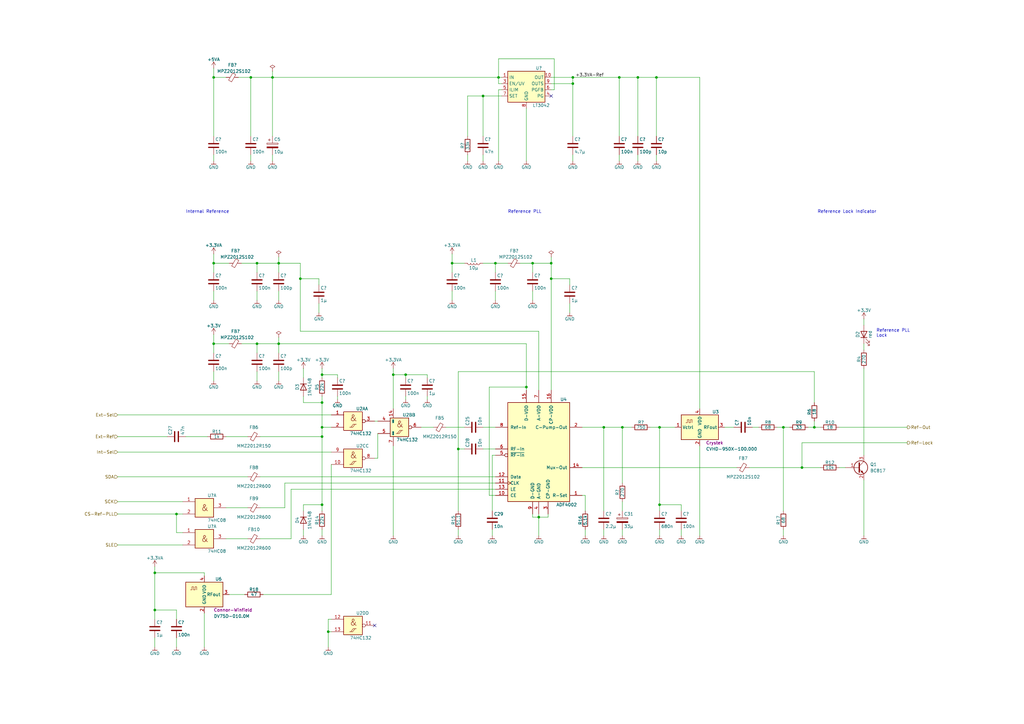
<source format=kicad_sch>
(kicad_sch (version 20250114) (generator "eeschema") (generator_version "9.0")
  (paper "A3")
  (title_block (title "Hauptplatine") (date "16.07.2020") (rev "0") (comment 1 "Hel") (comment 3 "Signalgenerator"))
  (text "Reference PLL" (at 208.28 87.63 0) (effects (font (size 1.27 1.27)) (justify left bottom)))
  (text "Reference Lock Indicator" (at 335.28 87.63 0) (effects (font (size 1.27 1.27)) (justify left bottom)))
  (text "Internal Reference" (at 76.2 87.63 0) (effects (font (size 1.27 1.27)) (justify left bottom)))
  (text "Reference PLL\nLock" (at 359.41 138.43 0) (effects (font (size 1.27 1.27)) (justify left bottom)))
  (junction (at 203.2 107.95))
  (junction (at 105.41 107.95))
  (junction (at 111.76 31.75))
  (junction (at 255.27 175.26))
  (junction (at 72.39 210.82))
  (junction (at 270.51 175.26))
  (junction (at 328.93 191.77))
  (junction (at 123.19 114.3))
  (junction (at 132.08 179.07))
  (junction (at 114.3 140.97))
  (junction (at 134.62 259.08))
  (junction (at 270.51 207.01))
  (junction (at 247.65 175.26))
  (junction (at 269.24 31.75))
  (junction (at 234.95 34.29))
  (junction (at 218.44 107.95))
  (junction (at 161.29 153.67))
  (junction (at 87.63 107.95))
  (junction (at 198.12 39.37))
  (junction (at 254 31.75))
  (junction (at 215.9 158.75))
  (junction (at 132.08 207.01))
  (junction (at 87.63 140.97))
  (junction (at 87.63 31.75))
  (junction (at 234.95 31.75))
  (junction (at 102.87 31.75))
  (junction (at 204.47 31.75))
  (junction (at 132.08 165.1))
  (junction (at 63.5 250.19))
  (junction (at 185.42 107.95))
  (junction (at 63.5 234.95))
  (junction (at 321.31 175.26))
  (junction (at 261.62 31.75))
  (junction (at 226.06 114.3))
  (junction (at 114.3 107.95))
  (junction (at 105.41 140.97))
  (junction (at 334.01 175.26))
  (junction (at 132.08 153.67))
  (junction (at 166.37 153.67))
  (junction (at 220.98 212.09))
  (junction (at 132.08 175.26))
  (junction (at 226.06 107.95))
  (junction (at 187.96 184.15))
  (no_connect (at 153.67 256.54))
  (no_connect (at 226.06 39.37))
  (wire (pts (xy 321.31 209.55) (xy 321.31 175.26)))
  (wire (pts (xy 116.84 208.28) (xy 116.84 198.12)))
  (wire (pts (xy 328.93 191.77) (xy 307.34 191.77)))
  (wire (pts (xy 226.06 34.29) (xy 234.95 34.29)))
  (wire (pts (xy 132.08 217.17) (xy 132.08 219.71)))
  (wire (pts (xy 87.63 107.95) (xy 87.63 104.14)))
  (wire (pts (xy 134.62 254) (xy 135.89 254)))
  (wire (pts (xy 334.01 175.26) (xy 336.55 175.26)))
  (wire (pts (xy 334.01 152.4) (xy 334.01 165.1)))
  (wire (pts (xy 354.33 196.85) (xy 354.33 219.71)))
  (wire (pts (xy 130.81 114.3) (xy 123.19 114.3)))
  (wire (pts (xy 87.63 31.75) (xy 87.63 27.94)))
  (wire (pts (xy 114.3 140.97) (xy 105.41 140.97)))
  (wire (pts (xy 234.95 63.5) (xy 234.95 66.04)))
  (wire (pts (xy 177.8 175.26) (xy 172.72 175.26)))
  (wire (pts (xy 72.39 210.82) (xy 74.93 210.82)))
  (wire (pts (xy 201.93 186.69) (xy 201.93 209.55)))
  (wire (pts (xy 134.62 259.08) (xy 134.62 254)))
  (wire (pts (xy 130.81 116.84) (xy 130.81 114.3)))
  (wire (pts (xy 76.2 179.07) (xy 85.09 179.07)))
  (wire (pts (xy 226.06 31.75) (xy 234.95 31.75)))
  (wire (pts (xy 203.2 111.76) (xy 203.2 107.95)))
  (wire (pts (xy 233.68 116.84) (xy 233.68 114.3)))
  (wire (pts (xy 138.43 162.56) (xy 138.43 163.83)))
  (wire (pts (xy 114.3 105.41) (xy 114.3 107.95)))
  (wire (pts (xy 224.79 212.09) (xy 224.79 210.82)))
  (wire (pts (xy 135.89 259.08) (xy 134.62 259.08)))
  (wire (pts (xy 266.7 175.26) (xy 270.51 175.26)))
  (wire (pts (xy 205.74 31.75) (xy 204.47 31.75)))
  (wire (pts (xy 119.38 220.98) (xy 106.68 220.98)))
  (wire (pts (xy 218.44 107.95) (xy 226.06 107.95)))
  (wire (pts (xy 68.58 179.07) (xy 48.26 179.07)))
  (wire (pts (xy 323.85 175.26) (xy 321.31 175.26)))
  (wire (pts (xy 93.98 107.95) (xy 87.63 107.95)))
  (wire (pts (xy 200.66 158.75) (xy 215.9 158.75)))
  (wire (pts (xy 203.2 123.19) (xy 203.2 119.38)))
  (wire (pts (xy 130.81 124.46) (xy 130.81 128.27)))
  (wire (pts (xy 297.18 175.26) (xy 300.99 175.26)))
  (wire (pts (xy 124.46 162.56) (xy 124.46 165.1)))
  (wire (pts (xy 203.2 175.26) (xy 198.12 175.26)))
  (wire (pts (xy 198.12 63.5) (xy 198.12 66.04)))
  (wire (pts (xy 205.74 39.37) (xy 198.12 39.37)))
  (wire (pts (xy 203.2 203.2) (xy 200.66 203.2)))
  (wire (pts (xy 182.88 175.26) (xy 190.5 175.26)))
  (wire (pts (xy 215.9 158.75) (xy 215.9 160.02)))
  (wire (pts (xy 132.08 153.67) (xy 132.08 151.13)))
  (wire (pts (xy 328.93 191.77) (xy 336.55 191.77)))
  (wire (pts (xy 124.46 165.1) (xy 132.08 165.1)))
  (wire (pts (xy 203.2 186.69) (xy 201.93 186.69)))
  (wire (pts (xy 87.63 66.04) (xy 87.63 63.5)))
  (wire (pts (xy 255.27 217.17) (xy 255.27 219.71)))
  (wire (pts (xy 270.51 207.01) (xy 270.51 209.55)))
  (wire (pts (xy 74.93 218.44) (xy 72.39 218.44)))
  (wire (pts (xy 227.33 24.13) (xy 204.47 24.13)))
  (wire (pts (xy 220.98 212.09) (xy 224.79 212.09)))
  (wire (pts (xy 279.4 217.17) (xy 279.4 219.71)))
  (wire (pts (xy 123.19 135.89) (xy 220.98 135.89)))
  (wire (pts (xy 238.76 191.77) (xy 302.26 191.77)))
  (wire (pts (xy 187.96 184.15) (xy 190.5 184.15)))
  (wire (pts (xy 72.39 218.44) (xy 72.39 210.82)))
  (wire (pts (xy 132.08 179.07) (xy 132.08 175.26)))
  (wire (pts (xy 105.41 144.78) (xy 105.41 140.97)))
  (wire (pts (xy 321.31 175.26) (xy 318.77 175.26)))
  (wire (pts (xy 344.17 191.77) (xy 346.71 191.77)))
  (wire (pts (xy 114.3 144.78) (xy 114.3 140.97)))
  (wire (pts (xy 238.76 175.26) (xy 247.65 175.26)))
  (wire (pts (xy 92.71 208.28) (xy 101.6 208.28)))
  (wire (pts (xy 132.08 207.01) (xy 132.08 209.55)))
  (wire (pts (xy 105.41 107.95) (xy 99.06 107.95)))
  (wire (pts (xy 119.38 200.66) (xy 203.2 200.66)))
  (wire (pts (xy 334.01 175.26) (xy 331.47 175.26)))
  (wire (pts (xy 83.82 234.95) (xy 83.82 236.22)))
  (wire (pts (xy 114.3 138.43) (xy 114.3 140.97)))
  (wire (pts (xy 261.62 31.75) (xy 269.24 31.75)))
  (wire (pts (xy 270.51 175.26) (xy 276.86 175.26)))
  (wire (pts (xy 111.76 29.21) (xy 111.76 31.75)))
  (wire (pts (xy 287.02 31.75) (xy 287.02 167.64)))
  (wire (pts (xy 344.17 175.26) (xy 372.11 175.26)))
  (wire (pts (xy 134.62 265.43) (xy 134.62 259.08)))
  (wire (pts (xy 334.01 172.72) (xy 334.01 175.26)))
  (wire (pts (xy 102.87 55.88) (xy 102.87 31.75)))
  (wire (pts (xy 87.63 156.21) (xy 87.63 152.4)))
  (wire (pts (xy 72.39 254) (xy 72.39 250.19)))
  (wire (pts (xy 204.47 24.13) (xy 204.47 31.75)))
  (wire (pts (xy 166.37 153.67) (xy 175.26 153.67)))
  (wire (pts (xy 247.65 217.17) (xy 247.65 219.71)))
  (wire (pts (xy 234.95 31.75) (xy 234.95 34.29)))
  (wire (pts (xy 106.68 195.58) (xy 203.2 195.58)))
  (wire (pts (xy 238.76 203.2) (xy 240.03 203.2)))
  (wire (pts (xy 166.37 153.67) (xy 161.29 153.67)))
  (wire (pts (xy 99.06 140.97) (xy 105.41 140.97)))
  (wire (pts (xy 132.08 175.26) (xy 135.89 175.26)))
  (wire (pts (xy 205.74 34.29) (xy 204.47 34.29)))
  (wire (pts (xy 233.68 124.46) (xy 233.68 128.27)))
  (wire (pts (xy 198.12 39.37) (xy 191.77 39.37)))
  (wire (pts (xy 226.06 105.41) (xy 226.06 107.95)))
  (wire (pts (xy 63.5 234.95) (xy 83.82 234.95)))
  (wire (pts (xy 48.26 210.82) (xy 72.39 210.82)))
  (wire (pts (xy 161.29 182.88) (xy 161.29 219.71)))
  (wire (pts (xy 132.08 175.26) (xy 132.08 165.1)))
  (wire (pts (xy 92.71 31.75) (xy 87.63 31.75)))
  (wire (pts (xy 48.26 170.18) (xy 135.89 170.18)))
  (wire (pts (xy 116.84 198.12) (xy 203.2 198.12)))
  (wire (pts (xy 204.47 34.29) (xy 204.47 31.75)))
  (wire (pts (xy 72.39 250.19) (xy 63.5 250.19)))
  (wire (pts (xy 215.9 140.97) (xy 215.9 158.75)))
  (wire (pts (xy 255.27 175.26) (xy 259.08 175.26)))
  (wire (pts (xy 240.03 217.17) (xy 240.03 219.71)))
  (wire (pts (xy 63.5 254) (xy 63.5 250.19)))
  (wire (pts (xy 111.76 55.88) (xy 111.76 31.75)))
  (wire (pts (xy 106.68 179.07) (xy 132.08 179.07)))
  (wire (pts (xy 100.33 243.84) (xy 93.98 243.84)))
  (wire (pts (xy 105.41 152.4) (xy 105.41 156.21)))
  (wire (pts (xy 321.31 217.17) (xy 321.31 219.71)))
  (wire (pts (xy 187.96 152.4) (xy 334.01 152.4)))
  (wire (pts (xy 123.19 107.95) (xy 123.19 114.3)))
  (wire (pts (xy 63.5 250.19) (xy 63.5 234.95)))
  (wire (pts (xy 187.96 184.15) (xy 187.96 152.4)))
  (wire (pts (xy 135.89 190.5) (xy 135.89 243.84)))
  (wire (pts (xy 270.51 175.26) (xy 270.51 207.01)))
  (wire (pts (xy 205.74 36.83) (xy 204.47 36.83)))
  (wire (pts (xy 254 63.5) (xy 254 66.04)))
  (wire (pts (xy 74.93 205.74) (xy 48.26 205.74)))
  (wire (pts (xy 132.08 153.67) (xy 138.43 153.67)))
  (wire (pts (xy 287.02 182.88) (xy 287.02 219.71)))
  (wire (pts (xy 218.44 119.38) (xy 218.44 123.19)))
  (wire (pts (xy 63.5 234.95) (xy 63.5 232.41)))
  (wire (pts (xy 226.06 114.3) (xy 226.06 160.02)))
  (wire (pts (xy 166.37 154.94) (xy 166.37 153.67)))
  (wire (pts (xy 124.46 209.55) (xy 124.46 207.01)))
  (wire (pts (xy 190.5 107.95) (xy 185.42 107.95)))
  (wire (pts (xy 107.95 243.84) (xy 135.89 243.84)))
  (wire (pts (xy 87.63 144.78) (xy 87.63 140.97)))
  (wire (pts (xy 97.79 31.75) (xy 102.87 31.75)))
  (wire (pts (xy 124.46 207.01) (xy 132.08 207.01)))
  (wire (pts (xy 269.24 31.75) (xy 269.24 55.88)))
  (wire (pts (xy 114.3 119.38) (xy 114.3 123.19)))
  (wire (pts (xy 114.3 107.95) (xy 105.41 107.95)))
  (wire (pts (xy 227.33 36.83) (xy 227.33 24.13)))
  (wire (pts (xy 87.63 55.88) (xy 87.63 31.75)))
  (wire (pts (xy 154.94 187.96) (xy 154.94 177.8)))
  (wire (pts (xy 203.2 184.15) (xy 198.12 184.15)))
  (wire (pts (xy 204.47 36.83) (xy 204.47 66.04)))
  (wire (pts (xy 198.12 107.95) (xy 203.2 107.95)))
  (wire (pts (xy 114.3 107.95) (xy 123.19 107.95)))
  (wire (pts (xy 247.65 175.26) (xy 255.27 175.26)))
  (wire (pts (xy 166.37 162.56) (xy 166.37 163.83)))
  (wire (pts (xy 175.26 162.56) (xy 175.26 163.83)))
  (wire (pts (xy 234.95 31.75) (xy 254 31.75)))
  (wire (pts (xy 124.46 154.94) (xy 124.46 151.13)))
  (wire (pts (xy 279.4 207.01) (xy 270.51 207.01)))
  (wire (pts (xy 106.68 208.28) (xy 116.84 208.28)))
  (wire (pts (xy 153.67 172.72) (xy 154.94 172.72)))
  (wire (pts (xy 279.4 209.55) (xy 279.4 207.01)))
  (wire (pts (xy 201.93 217.17) (xy 201.93 219.71)))
  (wire (pts (xy 161.29 167.64) (xy 161.29 153.67)))
  (wire (pts (xy 185.42 123.19) (xy 185.42 119.38)))
  (wire (pts (xy 254 31.75) (xy 261.62 31.75)))
  (wire (pts (xy 119.38 200.66) (xy 119.38 220.98)))
  (wire (pts (xy 124.46 219.71) (xy 124.46 217.17)))
  (wire (pts (xy 83.82 251.46) (xy 83.82 265.43)))
  (wire (pts (xy 226.06 36.83) (xy 227.33 36.83)))
  (wire (pts (xy 261.62 63.5) (xy 261.62 66.04)))
  (wire (pts (xy 203.2 107.95) (xy 208.28 107.95)))
  (wire (pts (xy 328.93 191.77) (xy 328.93 181.61)))
  (wire (pts (xy 191.77 63.5) (xy 191.77 66.04)))
  (wire (pts (xy 328.93 181.61) (xy 372.11 181.61)))
  (wire (pts (xy 270.51 217.17) (xy 270.51 219.71)))
  (wire (pts (xy 114.3 152.4) (xy 114.3 156.21)))
  (wire (pts (xy 255.27 205.74) (xy 255.27 209.55)))
  (wire (pts (xy 254 55.88) (xy 254 31.75)))
  (wire (pts (xy 261.62 31.75) (xy 261.62 55.88)))
  (wire (pts (xy 354.33 130.81) (xy 354.33 133.35)))
  (wire (pts (xy 191.77 39.37) (xy 191.77 55.88)))
  (wire (pts (xy 72.39 265.43) (xy 72.39 261.62)))
  (wire (pts (xy 87.63 140.97) (xy 87.63 137.16)))
  (wire (pts (xy 247.65 175.26) (xy 247.65 209.55)))
  (wire (pts (xy 63.5 265.43) (xy 63.5 261.62)))
  (wire (pts (xy 234.95 34.29) (xy 234.95 55.88)))
  (wire (pts (xy 220.98 212.09) (xy 220.98 219.71)))
  (wire (pts (xy 101.6 195.58) (xy 48.26 195.58)))
  (wire (pts (xy 185.42 107.95) (xy 185.42 104.14)))
  (wire (pts (xy 102.87 66.04) (xy 102.87 63.5)))
  (wire (pts (xy 132.08 207.01) (xy 132.08 179.07)))
  (wire (pts (xy 92.71 220.98) (xy 101.6 220.98)))
  (wire (pts (xy 132.08 165.1) (xy 132.08 162.56)))
  (wire (pts (xy 269.24 31.75) (xy 287.02 31.75)))
  (wire (pts (xy 308.61 175.26) (xy 311.15 175.26)))
  (wire (pts (xy 240.03 203.2) (xy 240.03 209.55)))
  (wire (pts (xy 102.87 31.75) (xy 111.76 31.75)))
  (wire (pts (xy 198.12 55.88) (xy 198.12 39.37)))
  (wire (pts (xy 200.66 203.2) (xy 200.66 158.75)))
  (wire (pts (xy 269.24 63.5) (xy 269.24 66.04)))
  (wire (pts (xy 161.29 153.67) (xy 161.29 151.13)))
  (wire (pts (xy 111.76 31.75) (xy 204.47 31.75)))
  (wire (pts (xy 111.76 66.04) (xy 111.76 63.5)))
  (wire (pts (xy 187.96 209.55) (xy 187.96 184.15)))
  (wire (pts (xy 135.89 185.42) (xy 48.26 185.42)))
  (wire (pts (xy 187.96 217.17) (xy 187.96 219.71)))
  (wire (pts (xy 215.9 44.45) (xy 215.9 66.04)))
  (wire (pts (xy 233.68 114.3) (xy 226.06 114.3)))
  (wire (pts (xy 123.19 114.3) (xy 123.19 135.89)))
  (wire (pts (xy 114.3 111.76) (xy 114.3 107.95)))
  (wire (pts (xy 354.33 186.69) (xy 354.33 151.13)))
  (wire (pts (xy 87.63 111.76) (xy 87.63 107.95)))
  (wire (pts (xy 185.42 111.76) (xy 185.42 107.95)))
  (wire (pts (xy 218.44 212.09) (xy 220.98 212.09)))
  (wire (pts (xy 153.67 187.96) (xy 154.94 187.96)))
  (wire (pts (xy 220.98 210.82) (xy 220.98 212.09)))
  (wire (pts (xy 218.44 111.76) (xy 218.44 107.95)))
  (wire (pts (xy 105.41 119.38) (xy 105.41 123.19)))
  (wire (pts (xy 101.6 179.07) (xy 92.71 179.07)))
  (wire (pts (xy 138.43 153.67) (xy 138.43 154.94)))
  (wire (pts (xy 48.26 223.52) (xy 74.93 223.52)))
  (wire (pts (xy 105.41 111.76) (xy 105.41 107.95)))
  (wire (pts (xy 87.63 123.19) (xy 87.63 119.38)))
  (wire (pts (xy 93.98 140.97) (xy 87.63 140.97)))
  (wire (pts (xy 175.26 153.67) (xy 175.26 154.94)))
  (wire (pts (xy 220.98 135.89) (xy 220.98 160.02)))
  (wire (pts (xy 218.44 210.82) (xy 218.44 212.09)))
  (wire (pts (xy 226.06 107.95) (xy 226.06 114.3)))
  (wire (pts (xy 354.33 143.51) (xy 354.33 140.97)))
  (wire (pts (xy 218.44 107.95) (xy 213.36 107.95)))
  (wire (pts (xy 132.08 154.94) (xy 132.08 153.67)))
  (wire (pts (xy 255.27 175.26) (xy 255.27 198.12)))
  (wire (pts (xy 114.3 140.97) (xy 215.9 140.97)))
  (label "+3.3VA-Ref" (at 247.65 31.75 180))
  (hierarchical_label "Ext-Sel" (shape input) (at 48.26 170.18 180))
  (hierarchical_label "SLE" (shape input) (at 48.26 223.52 180))
  (hierarchical_label "CS-Ref-PLL" (shape input) (at 48.26 210.82 180))
  (hierarchical_label "SCK" (shape input) (at 48.26 205.74 180))
  (hierarchical_label "Ext-Ref" (shape input) (at 48.26 179.07 180))
  (hierarchical_label "Ref-Out" (shape output) (at 372.11 175.26 0))
  (hierarchical_label "Ref-Lock" (shape output) (at 372.11 181.61 0))
  (hierarchical_label "Int-Sel" (shape input) (at 48.26 185.42 180))
  (hierarchical_label "SDA" (shape input) (at 48.26 195.58 180))
  (symbol (lib_id "Device:R") (at 191.77 59.69 180) (unit 1)
    (property "Reference" "R3" (at 189.738 59.69 90))
    (property "Value" "33k" (at 191.77 59.69 90))
    (property "Footprint" "Resistor_SMD:R_0805_2012Metric" (effects (hide yes)))
    (instances (project "" (path "" (reference "R?") (unit 1)) (path "" (reference "R3") (unit 1))))
  )
  (symbol (lib_id "Device:C") (at 198.12 59.69 0) (unit 1)
    (property "Reference" "C6" (at 198.755 57.15 0) (effects (justify left)))
    (property "Value" "47n" (at 198.755 62.23 0) (effects (justify left)))
    (property "Footprint" "Capacitor_SMD:C_0805_2012Metric" (effects (hide yes)))
    (instances (project "" (path "" (reference "C?") (unit 1)) (path "" (reference "C6") (unit 1))))
  )
  (symbol (lib_id "mario_aux:GND") (at 215.9 66.04 0) (unit 1)
    (property "Reference" "#GND013" (effects (hide yes)))
    (property "Value" "GND" (at 215.9 68.58 0))
    (instances (project "" (path "" (reference "#GND?") (unit 1)) (path "" (reference "#GND013") (unit 1))))
  )
  (symbol (lib_id "mario_aux:GND") (at 204.47 66.04 0) (unit 1)
    (property "Reference" "#GND012" (effects (hide yes)))
    (property "Value" "GND" (at 204.47 68.58 0))
    (instances (project "" (path "" (reference "#GND?") (unit 1)) (path "" (reference "#GND012") (unit 1))))
  )
  (symbol (lib_id "mario_aux:GND") (at 198.12 66.04 0) (unit 1)
    (property "Reference" "#GND011" (effects (hide yes)))
    (property "Value" "GND" (at 198.12 68.58 0))
    (instances (project "" (path "" (reference "#GND?") (unit 1)) (path "" (reference "#GND011") (unit 1))))
  )
  (symbol (lib_id "mario_aux:GND") (at 191.77 66.04 0) (unit 1)
    (property "Reference" "#GND010" (effects (hide yes)))
    (property "Value" "GND" (at 191.77 68.58 0))
    (instances (project "" (path "" (reference "#GND?") (unit 1)) (path "" (reference "#GND010") (unit 1))))
  )
  (symbol (lib_id "Device:C") (at 234.95 59.69 0) (unit 1)
    (property "Reference" "C7" (at 235.585 57.15 0) (effects (justify left)))
    (property "Value" "4.7µ" (at 235.585 62.23 0) (effects (justify left)))
    (property "Footprint" "Capacitor_SMD:C_0805_2012Metric" (effects (hide yes)))
    (instances (project "" (path "" (reference "C?") (unit 1)) (path "" (reference "C7") (unit 1))))
  )
  (symbol (lib_id "mario_aux:GND") (at 234.95 66.04 0) (unit 1)
    (property "Reference" "#GND014" (effects (hide yes)))
    (property "Value" "GND" (at 234.95 68.58 0))
    (instances (project "" (path "" (reference "#GND?") (unit 1)) (path "" (reference "#GND014") (unit 1))))
  )
  (symbol (lib_id "Device:Ferrite_Bead_Small") (at 95.25 31.75 90) (unit 1)
    (property "Reference" "FB1" (at 97.155 26.67 90) (effects (justify left)))
    (property "Value" "MPZ2012S102" (at 102.87 29.21 90) (effects (justify left)))
    (property "Footprint" "Inductor_SMD:L_0805_2012Metric" (effects (hide yes)))
    (instances (project "" (path "" (reference "FB?") (unit 1)) (path "" (reference "FB1") (unit 1))))
  )
  (symbol (lib_id "Device:C") (at 102.87 59.69 0) (unit 1)
    (property "Reference" "C4" (at 103.505 57.15 0) (effects (justify left)))
    (property "Value" "100n" (at 103.505 62.23 0) (effects (justify left)))
    (property "Footprint" "Capacitor_SMD:C_0805_2012Metric" (effects (hide yes)))
    (instances (project "" (path "" (reference "C?") (unit 1)) (path "" (reference "C4") (unit 1))))
  )
  (symbol (lib_id "Device:C") (at 87.63 59.69 0) (unit 1)
    (property "Reference" "C3" (at 88.265 57.15 0) (effects (justify left)))
    (property "Value" "100n" (at 88.265 62.23 0) (effects (justify left)))
    (property "Footprint" "Capacitor_SMD:C_0805_2012Metric" (effects (hide yes)))
    (instances (project "" (path "" (reference "C?") (unit 1)) (path "" (reference "C3") (unit 1))))
  )
  (symbol (lib_id "mario_aux:GND") (at 111.76 66.04 0) (unit 1)
    (property "Reference" "#GND09" (effects (hide yes)))
    (property "Value" "GND" (at 111.76 68.58 0))
    (instances (project "" (path "" (reference "#GND?") (unit 1)) (path "" (reference "#GND09") (unit 1))))
  )
  (symbol (lib_id "mario_aux:GND") (at 102.87 66.04 0) (unit 1)
    (property "Reference" "#GND08" (effects (hide yes)))
    (property "Value" "GND" (at 102.87 68.58 0))
    (instances (project "" (path "" (reference "#GND?") (unit 1)) (path "" (reference "#GND08") (unit 1))))
  )
  (symbol (lib_id "mario_aux:GND") (at 87.63 66.04 0) (unit 1)
    (property "Reference" "#GND07" (effects (hide yes)))
    (property "Value" "GND" (at 87.63 68.58 0))
    (instances (project "" (path "" (reference "#GND?") (unit 1)) (path "" (reference "#GND07") (unit 1))))
  )
  (symbol (lib_id "power:+5VA") (at 87.63 27.94 0) (unit 1)
    (property "Reference" "#PWR02" (effects (hide yes)))
    (property "Value" "+5VA" (at 87.63 24.384 0))
    (instances (project "" (path "" (reference "#PWR?") (unit 1)) (path "" (reference "#PWR02") (unit 1))))
  )
  (symbol (lib_id "Regulator_Linear:LT3042xMSE") (at 215.9 34.29 0) (unit 1)
    (property "Reference" "U1" (at 220.98 27.94 0))
    (property "Value" "LT3042" (at 218.44 43.18 0) (effects (justify left)))
    (property "Footprint" "Package_SO:MSOP-10-1EP_3x3mm_P0.5mm_EP1.68x1.88mm" (effects (hide yes)))
    (property "Datasheet" "https://www.analog.com/media/en/technical-documentation/data-sheets/3042fb.pdf" (effects (hide yes)))
    (instances (project "" (path "" (reference "U?") (unit 1)) (path "" (reference "U1") (unit 1))))
  )
  (symbol (lib_id "Device:C") (at 194.31 175.26 90) (unit 1)
    (property "Reference" "C25" (at 191.77 174.625 0) (effects (justify left)))
    (property "Value" "10n" (at 196.85 174.625 0) (effects (justify left)))
    (property "Footprint" "Capacitor_SMD:C_0805_2012Metric" (effects (hide yes)))
  )
  (symbol (lib_id "Device:C") (at 201.93 213.36 0) (unit 1)
    (property "Reference" "C29" (at 202.565 210.82 0) (effects (justify left)))
    (property "Value" "10n" (at 202.565 215.9 0) (effects (justify left)))
    (property "Footprint" "Capacitor_SMD:C_0805_2012Metric" (effects (hide yes)))
  )
  (symbol (lib_id "Device:C") (at 194.31 184.15 90) (unit 1)
    (property "Reference" "C28" (at 191.77 183.515 0) (effects (justify left)))
    (property "Value" "10n" (at 196.85 183.515 0) (effects (justify left)))
    (property "Footprint" "Capacitor_SMD:C_0805_2012Metric" (effects (hide yes)))
  )
  (symbol (lib_id "mario_aux:GND") (at 201.93 219.71 0) (unit 1)
    (property "Reference" "#GND036" (effects (hide yes)))
    (property "Value" "GND" (at 201.93 222.25 0))
    (instances (project "" (path "" (reference "#GND?") (unit 1)) (path "" (reference "#GND036") (unit 1))))
  )
  (symbol (lib_id "mario_aux:GND") (at 220.98 219.71 0) (unit 1)
    (property "Reference" "#GND037" (effects (hide yes)))
    (property "Value" "GND" (at 220.98 222.25 0))
    (instances (project "" (path "" (reference "#GND?") (unit 1)) (path "" (reference "#GND037") (unit 1))))
  )
  (symbol (lib_id "Device:R") (at 240.03 213.36 180) (unit 1)
    (property "Reference" "R16" (at 237.998 213.36 90))
    (property "Value" "5.1k" (at 240.03 213.36 90))
    (property "Footprint" "Resistor_SMD:R_0805_2012Metric" (effects (hide yes)))
  )
  (symbol (lib_id "mario_aux:GND") (at 240.03 219.71 0) (unit 1)
    (property "Reference" "#GND038" (effects (hide yes)))
    (property "Value" "GND" (at 240.03 222.25 0))
    (instances (project "" (path "" (reference "#GND?") (unit 1)) (path "" (reference "#GND038") (unit 1))))
  )
  (symbol (lib_id "Device:C") (at 247.65 213.36 0) (unit 1)
    (property "Reference" "C30" (at 248.285 210.82 0) (effects (justify left)))
    (property "Value" "2.2µ" (at 248.285 215.9 0) (effects (justify left)))
    (property "Footprint" "Capacitor_SMD:C_0805_2012Metric" (effects (hide yes)))
    (instances (project "" (path "" (reference "C?") (unit 1)) (path "" (reference "C30") (unit 1))))
  )
  (symbol (lib_id "Device:C") (at 270.51 213.36 0) (unit 1)
    (property "Reference" "C32" (at 271.145 210.82 0) (effects (justify left)))
    (property "Value" "680n" (at 271.145 215.9 0) (effects (justify left)))
    (property "Footprint" "Capacitor_SMD:C_0805_2012Metric" (effects (hide yes)))
    (instances (project "" (path "" (reference "C?") (unit 1)) (path "" (reference "C32") (unit 1))))
  )
  (symbol (lib_id "Device:R") (at 255.27 201.93 180) (unit 1)
    (property "Reference" "R13" (at 253.238 201.93 90))
    (property "Value" "270" (at 255.27 201.93 90))
    (property "Footprint" "Resistor_SMD:R_0805_2012Metric" (effects (hide yes)))
    (instances (project "" (path "" (reference "R?") (unit 1)) (path "" (reference "R13") (unit 1))))
  )
  (symbol (lib_id "Device:R") (at 262.89 175.26 90) (unit 1)
    (property "Reference" "R7" (at 262.89 173.228 90))
    (property "Value" "750" (at 262.89 175.26 90))
    (property "Footprint" "Resistor_SMD:R_0805_2012Metric" (effects (hide yes)))
    (instances (project "" (path "" (reference "R?") (unit 1)) (path "" (reference "R7") (unit 1))))
  )
  (symbol (lib_id "mario_aux:GND") (at 255.27 219.71 0) (unit 1)
    (property "Reference" "#GND040" (effects (hide yes)))
    (property "Value" "GND" (at 255.27 222.25 0))
    (instances (project "" (path "" (reference "#GND?") (unit 1)) (path "" (reference "#GND040") (unit 1))))
  )
  (symbol (lib_id "mario_aux:GND") (at 247.65 219.71 0) (unit 1)
    (property "Reference" "#GND039" (effects (hide yes)))
    (property "Value" "GND" (at 247.65 222.25 0))
    (instances (project "" (path "" (reference "#GND?") (unit 1)) (path "" (reference "#GND039") (unit 1))))
  )
  (symbol (lib_id "mario_aux:GND") (at 270.51 219.71 0) (unit 1)
    (property "Reference" "#GND041" (effects (hide yes)))
    (property "Value" "GND" (at 270.51 222.25 0))
    (instances (project "" (path "" (reference "#GND?") (unit 1)) (path "" (reference "#GND041") (unit 1))))
  )
  (symbol (lib_id "Device:R") (at 132.08 213.36 180) (unit 1)
    (property "Reference" "R14" (at 130.048 213.36 90))
    (property "Value" "22k" (at 132.08 213.36 90))
    (property "Footprint" "Resistor_SMD:R_0805_2012Metric" (effects (hide yes)))
  )
  (symbol (lib_id "mario_devices:ADF4002") (at 220.98 185.42 0) (unit 1)
    (property "Reference" "U4" (at 231.14 163.83 0))
    (property "Value" "ADF4002" (at 232.41 207.01 0))
    (property "Footprint" "Package_SO:TSSOP-16_4.4x5mm_P0.65mm" (effects (hide yes)))
  )
  (symbol (lib_id "Device:R") (at 340.36 191.77 90) (unit 1)
    (property "Reference" "R12" (at 340.36 189.738 90))
    (property "Value" "10k" (at 340.36 191.77 90))
    (property "Footprint" "Resistor_SMD:R_0805_2012Metric" (effects (hide yes)))
  )
  (symbol (lib_id "Device:Q_NPN_BEC") (at 351.79 191.77 0) (unit 1)
    (property "Reference" "Q1" (at 356.87 190.5 0) (effects (justify left)))
    (property "Value" "BC817" (at 356.87 193.04 0) (effects (justify left)))
    (property "Footprint" "Package_TO_SOT_SMD:SOT-23" (effects (hide yes)))
  )
  (symbol (lib_id "mario_aux:GND") (at 354.33 219.71 0) (unit 1)
    (property "Reference" "#GND045" (effects (hide yes)))
    (property "Value" "GND" (at 354.33 222.25 0))
    (instances (project "" (path "" (reference "#GND?") (unit 1)) (path "" (reference "#GND045") (unit 1))))
  )
  (symbol (lib_id "Device:R") (at 354.33 147.32 180) (unit 1)
    (property "Reference" "R4" (at 352.298 147.32 90))
    (property "Value" "270" (at 354.33 147.32 90))
    (property "Footprint" "Resistor_SMD:R_0805_2012Metric" (effects (hide yes)))
  )
  (symbol (lib_id "Device:LED") (at 354.33 137.16 90) (unit 1)
    (property "Reference" "D2" (at 351.79 137.16 0))
    (property "Value" "red" (at 356.87 137.16 0))
    (property "Footprint" "LED_SMD:LED_0805_2012Metric" (effects (hide yes)))
  )
  (symbol (lib_id "power:+3.3V") (at 354.33 130.81 0) (unit 1)
    (property "Reference" "#PWR05" (effects (hide yes)))
    (property "Value" "+3.3V" (at 354.33 127.254 0))
    (instances (project "" (path "" (reference "#PWR?") (unit 1)) (path "" (reference "#PWR05") (unit 1))))
  )
  (symbol (lib_id "Device:Ferrite_Bead_Small") (at 304.8 191.77 90) (unit 1)
    (property "Reference" "FB7" (at 304.8 187.96 90))
    (property "Value" "MPZ2012S102" (at 304.8 195.58 90))
    (property "Footprint" "Inductor_SMD:L_0805_2012Metric" (effects (hide yes)))
  )
  (symbol (lib_id "Device:R") (at 88.9 179.07 90) (unit 1)
    (property "Reference" "R11" (at 88.9 177.038 90))
    (property "Value" "1k" (at 88.9 179.07 90))
    (property "Footprint" "Resistor_SMD:R_0805_2012Metric" (effects (hide yes)))
  )
  (symbol (lib_id "Device:C") (at 72.39 179.07 90) (unit 1)
    (property "Reference" "C27" (at 69.85 178.435 0) (effects (justify left)))
    (property "Value" "47n" (at 74.93 178.435 0) (effects (justify left)))
    (property "Footprint" "Capacitor_SMD:C_0805_2012Metric" (effects (hide yes)))
  )
  (symbol (lib_id "mario_aux:GND") (at 132.08 219.71 0) (unit 1)
    (property "Reference" "#GND033" (effects (hide yes)))
    (property "Value" "GND" (at 132.08 222.25 0))
    (instances (project "" (path "" (reference "#GND?") (unit 1)) (path "" (reference "#GND033") (unit 1))))
  )
  (symbol (lib_id "Device:Ferrite_Bead_Small") (at 104.14 179.07 90) (unit 1)
    (property "Reference" "FB6" (at 104.14 175.26 90))
    (property "Value" "MMZ2012R150" (at 104.14 182.88 90))
    (property "Footprint" "Inductor_SMD:L_0805_2012Metric" (effects (hide yes)))
  )
  (symbol (lib_id "Oscillator:ABLNO") (at 287.02 175.26 0) (unit 1)
    (property "Reference" "U3" (at 292.1 168.91 0) (effects (justify left)))
    (property "Value" "CVHD-950X-100.000" (at 289.56 184.15 0) (effects (justify left)))
    (property "Footprint" "sig-gen:VCXO_CVHD950_Crystek" (effects (hide yes)))
    (property "Datasheet" "https://www.crystek.com/crystal/spec-sheets/vcxo/CVHD-950.pdf" (effects (hide yes)))
    (property "Manufacturer" "Crystek" (at 289.56 181.61 0) (effects (justify left)))
  )
  (symbol (lib_id "Device:C") (at 254 59.69 0) (unit 1)
    (property "Reference" "C8" (at 254.635 57.15 0) (effects (justify left)))
    (property "Value" "100n" (at 254.635 62.23 0) (effects (justify left)))
    (property "Footprint" "Capacitor_SMD:C_0805_2012Metric" (effects (hide yes)))
    (instances (project "" (path "" (reference "C?") (unit 1)) (path "" (reference "C8") (unit 1))))
  )
  (symbol (lib_id "Device:C") (at 261.62 59.69 0) (unit 1)
    (property "Reference" "C9" (at 262.255 57.15 0) (effects (justify left)))
    (property "Value" "100p" (at 262.255 62.23 0) (effects (justify left)))
    (property "Footprint" "Capacitor_SMD:C_0805_2012Metric" (effects (hide yes)))
    (instances (project "" (path "" (reference "C?") (unit 1)) (path "" (reference "C9") (unit 1))))
  )
  (symbol (lib_id "mario_aux:GND") (at 287.02 219.71 0) (unit 1)
    (property "Reference" "#GND043" (effects (hide yes)))
    (property "Value" "GND" (at 287.02 222.25 0))
    (instances (project "" (path "" (reference "#GND?") (unit 1)) (path "" (reference "#GND043") (unit 1))))
  )
  (symbol (lib_id "mario_aux:GND") (at 261.62 66.04 0) (unit 1)
    (property "Reference" "#GND016" (effects (hide yes)))
    (property "Value" "GND" (at 261.62 68.58 0))
    (instances (project "" (path "" (reference "#GND?") (unit 1)) (path "" (reference "#GND016") (unit 1))))
  )
  (symbol (lib_id "Device:C") (at 130.81 120.65 0) (unit 1)
    (property "Reference" "C17" (at 131.445 118.11 0) (effects (justify left)))
    (property "Value" "1µ" (at 131.445 123.19 0) (effects (justify left)))
    (property "Footprint" "Capacitor_SMD:C_0805_2012Metric" (effects (hide yes)))
    (instances (project "" (path "" (reference "C?") (unit 1)) (path "" (reference "C17") (unit 1))))
  )
  (symbol (lib_id "mario_aux:GND") (at 130.81 128.27 0) (unit 1)
    (property "Reference" "#GND024" (effects (hide yes)))
    (property "Value" "GND" (at 130.81 130.81 0))
    (instances (project "" (path "" (reference "#GND?") (unit 1)) (path "" (reference "#GND024") (unit 1))))
  )
  (symbol (lib_id "mario_aux:GND") (at 254 66.04 0) (unit 1)
    (property "Reference" "#GND015" (effects (hide yes)))
    (property "Value" "GND" (at 254 68.58 0))
    (instances (project "" (path "" (reference "#GND?") (unit 1)) (path "" (reference "#GND015") (unit 1))))
  )
  (symbol (lib_id "Device:C") (at 304.8 175.26 90) (unit 1)
    (property "Reference" "C26" (at 302.26 174.625 0) (effects (justify left)))
    (property "Value" "10n" (at 307.34 174.625 0) (effects (justify left)))
    (property "Footprint" "Capacitor_SMD:C_0805_2012Metric" (effects (hide yes)))
    (instances (project "" (path "" (reference "C?") (unit 1)) (path "" (reference "C26") (unit 1))))
  )
  (symbol (lib_id "Device:R") (at 314.96 175.26 90) (unit 1)
    (property "Reference" "R8" (at 314.96 173.228 90))
    (property "Value" "68" (at 314.96 175.26 90))
    (property "Footprint" "Resistor_SMD:R_0805_2012Metric" (effects (hide yes)))
  )
  (symbol (lib_id "Device:C") (at 269.24 59.69 0) (unit 1)
    (property "Reference" "C10" (at 269.875 57.15 0) (effects (justify left)))
    (property "Value" "10p" (at 269.875 62.23 0) (effects (justify left)))
    (property "Footprint" "Capacitor_SMD:C_0805_2012Metric" (effects (hide yes)))
    (instances (project "" (path "" (reference "C?") (unit 1)) (path "" (reference "C10") (unit 1))))
  )
  (symbol (lib_id "mario_aux:GND") (at 269.24 66.04 0) (unit 1)
    (property "Reference" "#GND017" (effects (hide yes)))
    (property "Value" "GND" (at 269.24 68.58 0))
    (instances (project "" (path "" (reference "#GND?") (unit 1)) (path "" (reference "#GND017") (unit 1))))
  )
  (symbol (lib_id "Device:D") (at 124.46 158.75 90) (mirror x) (unit 1)
    (property "Reference" "D3" (at 121.92 158.75 0))
    (property "Value" "1N4148" (at 127 158.75 0))
    (property "Footprint" "Diode_SMD:D_SOD-323F" (effects (hide yes)))
  )
  (symbol (lib_id "Device:D") (at 124.46 213.36 90) (mirror x) (unit 1)
    (property "Reference" "D4" (at 121.92 213.36 0))
    (property "Value" "1N4148" (at 127 213.36 0))
    (property "Footprint" "Diode_SMD:D_SOD-323F" (effects (hide yes)))
  )
  (symbol (lib_id "Device:R") (at 187.96 213.36 180) (unit 1)
    (property "Reference" "R15" (at 185.928 213.36 90))
    (property "Value" "51.1" (at 187.96 213.36 90))
    (property "Footprint" "Resistor_SMD:R_0805_2012Metric" (effects (hide yes)))
  )
  (symbol (lib_id "mario_aux:GND") (at 187.96 219.71 0) (unit 1)
    (property "Reference" "#GND035" (effects (hide yes)))
    (property "Value" "GND" (at 187.96 222.25 0))
    (instances (project "" (path "" (reference "#GND?") (unit 1)) (path "" (reference "#GND035") (unit 1))))
  )
  (symbol (lib_id "Device:C") (at 105.41 115.57 0) (unit 1)
    (property "Reference" "C12" (at 106.045 113.03 0) (effects (justify left)))
    (property "Value" "100n" (at 106.045 118.11 0) (effects (justify left)))
    (property "Footprint" "Capacitor_SMD:C_0805_2012Metric" (effects (hide yes)))
    (instances (project "" (path "" (reference "C?") (unit 1)) (path "" (reference "C12") (unit 1))))
  )
  (symbol (lib_id "mario_aux:GND") (at 105.41 123.19 0) (unit 1)
    (property "Reference" "#GND019" (effects (hide yes)))
    (property "Value" "GND" (at 105.41 125.73 0))
    (instances (project "" (path "" (reference "#GND?") (unit 1)) (path "" (reference "#GND019") (unit 1))))
  )
  (symbol (lib_id "Device:C") (at 87.63 115.57 0) (unit 1)
    (property "Reference" "C11" (at 88.265 113.03 0) (effects (justify left)))
    (property "Value" "100n" (at 88.265 118.11 0) (effects (justify left)))
    (property "Footprint" "Capacitor_SMD:C_0805_2012Metric" (effects (hide yes)))
    (instances (project "" (path "" (reference "C?") (unit 1)) (path "" (reference "C11") (unit 1))))
  )
  (symbol (lib_id "mario_aux:GND") (at 87.63 123.19 0) (unit 1)
    (property "Reference" "#GND018" (effects (hide yes)))
    (property "Value" "GND" (at 87.63 125.73 0))
    (instances (project "" (path "" (reference "#GND?") (unit 1)) (path "" (reference "#GND018") (unit 1))))
  )
  (symbol (lib_id "power:+3.3VA") (at 87.63 104.14 0) (unit 1)
    (property "Reference" "#PWR03" (effects (hide yes)))
    (property "Value" "+3.3VA" (at 87.63 100.584 0))
    (instances (project "" (path "" (reference "#PWR?") (unit 1)) (path "" (reference "#PWR03") (unit 1))))
  )
  (symbol (lib_id "mario_aux:GND") (at 114.3 123.19 0) (unit 1)
    (property "Reference" "#GND020" (effects (hide yes)))
    (property "Value" "GND" (at 114.3 125.73 0))
    (instances (project "" (path "" (reference "#GND?") (unit 1)) (path "" (reference "#GND020") (unit 1))))
  )
  (symbol (lib_id "Device:C") (at 114.3 115.57 0) (unit 1)
    (property "Reference" "C13" (at 114.935 113.03 0) (effects (justify left)))
    (property "Value" "100p" (at 114.935 118.11 0) (effects (justify left)))
    (property "Footprint" "Capacitor_SMD:C_0805_2012Metric" (effects (hide yes)))
    (instances (project "" (path "" (reference "C?") (unit 1)) (path "" (reference "C13") (unit 1))))
  )
  (symbol (lib_id "power:PWR_FLAG") (at 114.3 105.41 0) (unit 1)
    (property "Reference" "#FLG04" (effects (hide yes)))
    (property "Value" "PWR_FLAG" (effects (hide yes)))
    (instances (project "" (path "" (reference "#FLG?") (unit 1)) (path "" (reference "#FLG04") (unit 1))))
  )
  (symbol (lib_id "Device:C") (at 105.41 148.59 0) (unit 1)
    (property "Reference" "C20" (at 106.045 146.05 0) (effects (justify left)))
    (property "Value" "100n" (at 106.045 151.13 0) (effects (justify left)))
    (property "Footprint" "Capacitor_SMD:C_0805_2012Metric" (effects (hide yes)))
    (instances (project "" (path "" (reference "C?") (unit 1)) (path "" (reference "C20") (unit 1))))
  )
  (symbol (lib_id "mario_aux:GND") (at 105.41 156.21 0) (unit 1)
    (property "Reference" "#GND027" (effects (hide yes)))
    (property "Value" "GND" (at 105.41 158.75 0))
    (instances (project "" (path "" (reference "#GND?") (unit 1)) (path "" (reference "#GND027") (unit 1))))
  )
  (symbol (lib_id "Device:C") (at 87.63 148.59 0) (unit 1)
    (property "Reference" "C19" (at 88.265 146.05 0) (effects (justify left)))
    (property "Value" "100n" (at 88.265 151.13 0) (effects (justify left)))
    (property "Footprint" "Capacitor_SMD:C_0805_2012Metric" (effects (hide yes)))
    (instances (project "" (path "" (reference "C?") (unit 1)) (path "" (reference "C19") (unit 1))))
  )
  (symbol (lib_id "mario_aux:GND") (at 87.63 156.21 0) (unit 1)
    (property "Reference" "#GND026" (effects (hide yes)))
    (property "Value" "GND" (at 87.63 158.75 0))
    (instances (project "" (path "" (reference "#GND?") (unit 1)) (path "" (reference "#GND026") (unit 1))))
  )
  (symbol (lib_id "power:+3.3V") (at 87.63 137.16 0) (unit 1)
    (property "Reference" "#PWR06" (effects (hide yes)))
    (property "Value" "+3.3V" (at 87.63 133.604 0))
    (instances (project "" (path "" (reference "#PWR?") (unit 1)) (path "" (reference "#PWR06") (unit 1))))
  )
  (symbol (lib_id "Device:C") (at 114.3 148.59 0) (unit 1)
    (property "Reference" "C21" (at 114.935 146.05 0) (effects (justify left)))
    (property "Value" "100p" (at 114.935 151.13 0) (effects (justify left)))
    (property "Footprint" "Capacitor_SMD:C_0805_2012Metric" (effects (hide yes)))
    (instances (project "" (path "" (reference "C?") (unit 1)) (path "" (reference "C21") (unit 1))))
  )
  (symbol (lib_id "mario_aux:GND") (at 114.3 156.21 0) (unit 1)
    (property "Reference" "#GND028" (effects (hide yes)))
    (property "Value" "GND" (at 114.3 158.75 0))
    (instances (project "" (path "" (reference "#GND?") (unit 1)) (path "" (reference "#GND028") (unit 1))))
  )
  (symbol (lib_id "power:PWR_FLAG") (at 114.3 138.43 0) (unit 1)
    (property "Reference" "#FLG06" (effects (hide yes)))
    (property "Value" "PWR_FLAG" (effects (hide yes)))
    (instances (project "" (path "" (reference "#FLG?") (unit 1)) (path "" (reference "#FLG06") (unit 1))))
  )
  (symbol (lib_id "Device:L") (at 194.31 107.95 270) (unit 1)
    (property "Reference" "L1" (at 194.31 106.68 90))
    (property "Value" "10µ" (at 194.31 109.855 90))
    (property "Footprint" "Inductor_SMD:L_0805_2012Metric" (effects (hide yes)))
  )
  (symbol (lib_id "Device:C") (at 203.2 115.57 0) (unit 1)
    (property "Reference" "C15" (at 203.835 113.03 0) (effects (justify left)))
    (property "Value" "100n" (at 203.835 118.11 0) (effects (justify left)))
    (property "Footprint" "Capacitor_SMD:C_0805_2012Metric" (effects (hide yes)))
    (instances (project "" (path "" (reference "C?") (unit 1)) (path "" (reference "C15") (unit 1))))
  )
  (symbol (lib_id "mario_aux:GND") (at 203.2 123.19 0) (unit 1)
    (property "Reference" "#GND022" (effects (hide yes)))
    (property "Value" "GND" (at 203.2 125.73 0))
    (instances (project "" (path "" (reference "#GND?") (unit 1)) (path "" (reference "#GND022") (unit 1))))
  )
  (symbol (lib_id "Device:C") (at 218.44 115.57 0) (unit 1)
    (property "Reference" "C16" (at 219.075 113.03 0) (effects (justify left)))
    (property "Value" "100n" (at 219.075 118.11 0) (effects (justify left)))
    (property "Footprint" "Capacitor_SMD:C_0805_2012Metric" (effects (hide yes)))
    (instances (project "" (path "" (reference "C?") (unit 1)) (path "" (reference "C16") (unit 1))))
  )
  (symbol (lib_id "mario_aux:GND") (at 218.44 123.19 0) (unit 1)
    (property "Reference" "#GND023" (effects (hide yes)))
    (property "Value" "GND" (at 218.44 125.73 0))
    (instances (project "" (path "" (reference "#GND?") (unit 1)) (path "" (reference "#GND023") (unit 1))))
  )
  (symbol (lib_id "Device:C") (at 185.42 115.57 0) (unit 1)
    (property "Reference" "C14" (at 186.055 113.03 0) (effects (justify left)))
    (property "Value" "100n" (at 186.055 118.11 0) (effects (justify left)))
    (property "Footprint" "Capacitor_SMD:C_0805_2012Metric" (effects (hide yes)))
    (instances (project "" (path "" (reference "C?") (unit 1)) (path "" (reference "C14") (unit 1))))
  )
  (symbol (lib_id "mario_aux:GND") (at 185.42 123.19 0) (unit 1)
    (property "Reference" "#GND021" (effects (hide yes)))
    (property "Value" "GND" (at 185.42 125.73 0))
    (instances (project "" (path "" (reference "#GND?") (unit 1)) (path "" (reference "#GND021") (unit 1))))
  )
  (symbol (lib_id "power:PWR_FLAG") (at 226.06 105.41 0) (unit 1)
    (property "Reference" "#FLG05" (effects (hide yes)))
    (property "Value" "PWR_FLAG" (effects (hide yes)))
    (instances (project "" (path "" (reference "#FLG?") (unit 1)) (path "" (reference "#FLG05") (unit 1))))
  )
  (symbol (lib_id "Device:C") (at 233.68 120.65 0) (unit 1)
    (property "Reference" "C18" (at 234.315 118.11 0) (effects (justify left)))
    (property "Value" "1µ" (at 234.315 123.19 0) (effects (justify left)))
    (property "Footprint" "Capacitor_SMD:C_0805_2012Metric" (effects (hide yes)))
    (instances (project "" (path "" (reference "C?") (unit 1)) (path "" (reference "C18") (unit 1))))
  )
  (symbol (lib_id "mario_aux:GND") (at 233.68 128.27 0) (unit 1)
    (property "Reference" "#GND025" (effects (hide yes)))
    (property "Value" "GND" (at 233.68 130.81 0))
    (instances (project "" (path "" (reference "#GND?") (unit 1)) (path "" (reference "#GND025") (unit 1))))
  )
  (symbol (lib_id "Device:CP") (at 111.76 59.69 0) (unit 1)
    (property "Reference" "C5" (at 112.395 57.15 0) (effects (justify left)))
    (property "Value" "10µ" (at 112.395 62.23 0) (effects (justify left)))
    (property "Footprint" "Capacitor_Tantalum_SMD:CP_EIA-3528-21_Kemet-B" (effects (hide yes)))
  )
  (symbol (lib_id "power:+3.3VA") (at 185.42 104.14 0) (unit 1)
    (property "Reference" "#PWR04" (effects (hide yes)))
    (property "Value" "+3.3VA" (at 185.42 100.584 0))
    (instances (project "" (path "" (reference "#PWR?") (unit 1)) (path "" (reference "#PWR04") (unit 1))))
  )
  (symbol (lib_id "Device:CP") (at 255.27 213.36 0) (unit 1)
    (property "Reference" "C31" (at 255.905 210.82 0) (effects (justify left)))
    (property "Value" "33µ" (at 255.905 215.9 0) (effects (justify left)))
    (property "Footprint" "Capacitor_THT:CP_Radial_D5.0mm_P2.00mm" (effects (hide yes)))
  )
  (symbol (lib_id "mario_devices:4081") (at 83.82 208.28 0) (unit 1)
    (property "Reference" "U5" (at 85.09 203.2 0) (effects (justify left)))
    (property "Value" "74HC08" (at 85.09 213.36 0) (effects (justify left)))
    (property "Footprint" "Package_SO:SOIC-14_3.9x8.7mm_P1.27mm" (effects (hide yes)))
    (instances (project "" (path "" (reference "U?") (unit 1)) (path "" (reference "U5") (unit 1))))
  )
  (symbol (lib_id "mario_devices:4081") (at 83.82 220.98 0) (unit 2)
    (property "Reference" "U5" (at 85.09 215.9 0) (effects (justify left)))
    (property "Value" "74HC08" (at 85.09 226.06 0) (effects (justify left)))
    (property "Footprint" "Package_SO:SOIC-14_3.9x8.7mm_P1.27mm" (effects (hide yes)))
    (instances (project "" (path "" (reference "U?") (unit 1)) (path "" (reference "U5") (unit 2))))
  )
  (symbol (lib_id "Device:Ferrite_Bead_Small") (at 104.14 195.58 90) (unit 1)
    (property "Reference" "FB8" (at 104.14 191.77 90))
    (property "Value" "MMZ2012R600" (at 104.14 199.39 90))
    (property "Footprint" "Inductor_SMD:L_0805_2012Metric" (effects (hide yes)))
  )
  (symbol (lib_id "Device:Ferrite_Bead_Small") (at 104.14 208.28 90) (unit 1)
    (property "Reference" "FB9" (at 104.14 204.47 90))
    (property "Value" "MMZ2012R600" (at 104.14 212.09 90))
    (property "Footprint" "Inductor_SMD:L_0805_2012Metric" (effects (hide yes)))
  )
  (symbol (lib_id "Device:Ferrite_Bead_Small") (at 104.14 220.98 90) (unit 1)
    (property "Reference" "FB10" (at 104.14 217.17 90))
    (property "Value" "MMZ2012R600" (at 104.14 224.79 90))
    (property "Footprint" "Inductor_SMD:L_0805_2012Metric" (effects (hide yes)))
  )
  (symbol (lib_id "mario_devices:74HC132") (at 144.78 172.72 0) (unit 1)
    (property "Reference" "U2A" (at 146.05 167.64 0) (effects (justify left)))
    (property "Value" "74HC132" (at 143.51 177.8 0) (effects (justify left)))
    (property "Footprint" "Package_SO:SOIC-14_3.9x8.7mm_P1.27mm" (effects (hide yes)))
  )
  (symbol (lib_id "mario_devices:74HC132") (at 163.83 175.26 0) (unit 2)
    (property "Reference" "U2B" (at 165.1 170.18 0) (effects (justify left)))
    (property "Value" "74HC132" (at 162.56 180.34 0) (effects (justify left)))
    (property "Footprint" "Package_SO:SOIC-14_3.9x8.7mm_P1.27mm" (effects (hide yes)))
  )
  (symbol (lib_id "mario_devices:74HC132") (at 144.78 187.96 0) (unit 3)
    (property "Reference" "U2C" (at 146.05 182.88 0) (effects (justify left)))
    (property "Value" "74HC132" (at 143.51 193.04 0) (effects (justify left)))
    (property "Footprint" "Package_SO:SOIC-14_3.9x8.7mm_P1.27mm" (effects (hide yes)))
  )
  (symbol (lib_id "mario_devices:74HC132") (at 161.29 175.26 0) (unit 5)
    (property "Reference" "U2E" (effects (hide yes)))
    (property "Value" "74HC132" (effects (hide yes)))
    (property "Footprint" "Package_SO:SOIC-14_3.9x8.7mm_P1.27mm" (effects (hide yes)))
  )
  (symbol (lib_id "mario_aux:GND") (at 161.29 219.71 0) (unit 1)
    (property "Reference" "#GND034" (effects (hide yes)))
    (property "Value" "GND" (at 161.29 222.25 0))
    (instances (project "" (path "" (reference "#GND?") (unit 1)) (path "" (reference "#GND034") (unit 1))))
  )
  (symbol (lib_id "power:PWR_FLAG") (at 111.76 29.21 0) (unit 1)
    (property "Reference" "#FLG03" (effects (hide yes)))
    (property "Value" "PWR_FLAG" (effects (hide yes)))
    (instances (project "" (path "" (reference "#FLG?") (unit 1)) (path "" (reference "#FLG03") (unit 1))))
  )
  (symbol (lib_id "mario_aux:GND") (at 124.46 219.71 0) (unit 1)
    (property "Reference" "#GND032" (effects (hide yes)))
    (property "Value" "GND" (at 124.46 222.25 0))
    (instances (project "" (path "" (reference "#GND?") (unit 1)) (path "" (reference "#GND032") (unit 1))))
  )
  (symbol (lib_id "Device:C") (at 166.37 158.75 0) (unit 1)
    (property "Reference" "C23" (at 167.005 156.21 0) (effects (justify left)))
    (property "Value" "100n" (at 167.005 161.29 0) (effects (justify left)))
    (property "Footprint" "Capacitor_SMD:C_0805_2012Metric" (effects (hide yes)))
    (instances (project "" (path "" (reference "C?") (unit 1)) (path "" (reference "C23") (unit 1))))
  )
  (symbol (lib_id "mario_aux:GND") (at 166.37 163.83 0) (unit 1)
    (property "Reference" "#GND030" (effects (hide yes)))
    (property "Value" "GND" (at 166.37 166.37 0))
    (instances (project "" (path "" (reference "#GND?") (unit 1)) (path "" (reference "#GND030") (unit 1))))
  )
  (symbol (lib_id "Device:C") (at 279.4 213.36 0) (unit 1)
    (property "Reference" "C33" (at 280.035 210.82 0) (effects (justify left)))
    (property "Value" "100n" (at 280.035 215.9 0) (effects (justify left)))
    (property "Footprint" "Capacitor_SMD:C_0805_2012Metric" (effects (hide yes)))
    (instances (project "" (path "" (reference "C?") (unit 1)) (path "" (reference "C33") (unit 1))))
  )
  (symbol (lib_id "mario_aux:GND") (at 279.4 219.71 0) (unit 1)
    (property "Reference" "#GND042" (effects (hide yes)))
    (property "Value" "GND" (at 279.4 222.25 0))
    (instances (project "" (path "" (reference "#GND?") (unit 1)) (path "" (reference "#GND042") (unit 1))))
  )
  (symbol (lib_id "Device:R") (at 327.66 175.26 90) (unit 1)
    (property "Reference" "R9" (at 327.66 173.228 90))
    (property "Value" "33" (at 327.66 175.26 90))
    (property "Footprint" "Resistor_SMD:R_0805_2012Metric" (effects (hide yes)))
  )
  (symbol (lib_id "Device:R") (at 340.36 175.26 90) (unit 1)
    (property "Reference" "R10" (at 340.36 173.228 90))
    (property "Value" "18" (at 340.36 175.26 90))
    (property "Footprint" "Resistor_SMD:R_0805_2012Metric" (effects (hide yes)))
  )
  (symbol (lib_id "Device:R") (at 334.01 168.91 180) (unit 1)
    (property "Reference" "R6" (at 331.978 168.91 90))
    (property "Value" "18" (at 334.01 168.91 90))
    (property "Footprint" "Resistor_SMD:R_0805_2012Metric" (effects (hide yes)))
  )
  (symbol (lib_id "Device:R") (at 321.31 213.36 180) (unit 1)
    (property "Reference" "R17" (at 319.278 213.36 90))
    (property "Value" "68" (at 321.31 213.36 90))
    (property "Footprint" "Resistor_SMD:R_0805_2012Metric" (effects (hide yes)))
  )
  (symbol (lib_id "mario_aux:GND") (at 321.31 219.71 0) (unit 1)
    (property "Reference" "#GND044" (effects (hide yes)))
    (property "Value" "GND" (at 321.31 222.25 0))
    (instances (project "" (path "" (reference "#GND?") (unit 1)) (path "" (reference "#GND044") (unit 1))))
  )
  (symbol (lib_id "Device:Ferrite_Bead_Small") (at 210.82 107.95 90) (unit 1)
    (property "Reference" "FB3" (at 212.725 102.87 90) (effects (justify left)))
    (property "Value" "MPZ2012S102" (at 218.44 105.41 90) (effects (justify left)))
    (property "Footprint" "Inductor_SMD:L_0805_2012Metric" (effects (hide yes)))
    (instances (project "" (path "" (reference "FB?") (unit 1)) (path "" (reference "FB3") (unit 1))))
  )
  (symbol (lib_id "Device:Ferrite_Bead_Small") (at 96.52 107.95 90) (unit 1)
    (property "Reference" "FB2" (at 98.425 102.87 90) (effects (justify left)))
    (property "Value" "MPZ2012S102" (at 104.14 105.41 90) (effects (justify left)))
    (property "Footprint" "Inductor_SMD:L_0805_2012Metric" (effects (hide yes)))
    (instances (project "" (path "" (reference "FB?") (unit 1)) (path "" (reference "FB2") (unit 1))))
  )
  (symbol (lib_id "Device:Ferrite_Bead_Small") (at 96.52 140.97 90) (unit 1)
    (property "Reference" "FB4" (at 98.425 135.89 90) (effects (justify left)))
    (property "Value" "MPZ2012S102" (at 104.14 138.43 90) (effects (justify left)))
    (property "Footprint" "Inductor_SMD:L_0805_2012Metric" (effects (hide yes)))
    (instances (project "" (path "" (reference "FB?") (unit 1)) (path "" (reference "FB4") (unit 1))))
  )
  (symbol (lib_id "mario_devices:DV75D_TCXO_Connor-Winfield") (at 83.82 243.84 0) (unit 1)
    (property "Reference" "U6" (at 88.265 237.49 0) (effects (justify left)))
    (property "Value" "DV75D-010.0M" (at 87.63 252.73 0) (effects (justify left)))
    (property "Footprint" "sig-gen:DV75D_Oscillator_Connor-Winfield" (effects (hide yes)))
    (property "Manufacturer" "Connor-Winfield" (at 87.63 250.19 0) (effects (justify left)))
  )
  (symbol (lib_id "Device:R") (at 104.14 243.84 90) (unit 1)
    (property "Reference" "R18" (at 104.14 241.808 90))
    (property "Value" "47" (at 104.14 243.84 90))
    (property "Footprint" "Resistor_SMD:R_0805_2012Metric" (effects (hide yes)))
  )
  (symbol (lib_id "Device:C") (at 72.39 257.81 0) (unit 1)
    (property "Reference" "C35" (at 73.025 255.27 0) (effects (justify left)))
    (property "Value" "100n" (at 73.025 260.35 0) (effects (justify left)))
    (property "Footprint" "Capacitor_SMD:C_0805_2012Metric" (effects (hide yes)))
    (instances (project "" (path "" (reference "C?") (unit 1)) (path "" (reference "C35") (unit 1))))
  )
  (symbol (lib_id "mario_aux:GND") (at 72.39 265.43 0) (unit 1)
    (property "Reference" "#GND047" (effects (hide yes)))
    (property "Value" "GND" (at 72.39 267.97 0))
    (instances (project "" (path "" (reference "#GND?") (unit 1)) (path "" (reference "#GND047") (unit 1))))
  )
  (symbol (lib_id "mario_aux:GND") (at 83.82 265.43 0) (unit 1)
    (property "Reference" "#GND048" (effects (hide yes)))
    (property "Value" "GND" (at 83.82 267.97 0))
    (instances (project "" (path "" (reference "#GND?") (unit 1)) (path "" (reference "#GND048") (unit 1))))
  )
  (symbol (lib_id "Device:C") (at 63.5 257.81 0) (unit 1)
    (property "Reference" "C34" (at 64.135 255.27 0) (effects (justify left)))
    (property "Value" "1µ" (at 64.135 260.35 0) (effects (justify left)))
    (property "Footprint" "Capacitor_SMD:C_0805_2012Metric" (effects (hide yes)))
    (instances (project "" (path "" (reference "C?") (unit 1)) (path "" (reference "C34") (unit 1))))
  )
  (symbol (lib_id "mario_aux:GND") (at 63.5 265.43 0) (unit 1)
    (property "Reference" "#GND046" (effects (hide yes)))
    (property "Value" "GND" (at 63.5 267.97 0))
    (instances (project "" (path "" (reference "#GND?") (unit 1)) (path "" (reference "#GND046") (unit 1))))
  )
  (symbol (lib_id "power:+3.3VA") (at 63.5 232.41 0) (unit 1)
    (property "Reference" "#PWR010" (effects (hide yes)))
    (property "Value" "+3.3VA" (at 63.5 228.854 0))
    (instances (project "" (path "" (reference "#PWR?") (unit 1)) (path "" (reference "#PWR010") (unit 1))))
  )
  (symbol (lib_id "mario_devices:74HC132") (at 144.78 256.54 0) (unit 4)
    (property "Reference" "U2D" (at 146.05 251.46 0) (effects (justify left)))
    (property "Value" "74HC132" (at 143.51 261.62 0) (effects (justify left)))
    (property "Footprint" "Package_SO:SOIC-14_3.9x8.7mm_P1.27mm" (effects (hide yes)))
  )
  (symbol (lib_id "mario_aux:GND") (at 134.62 265.43 0) (unit 1)
    (property "Reference" "#GND049" (effects (hide yes)))
    (property "Value" "GND" (at 134.62 267.97 0))
    (instances (project "" (path "" (reference "#GND?") (unit 1)) (path "" (reference "#GND049") (unit 1))))
  )
  (symbol (lib_id "Device:C") (at 138.43 158.75 0) (unit 1)
    (property "Reference" "C22" (at 139.065 156.21 0) (effects (justify left)))
    (property "Value" "100n" (at 139.065 161.29 0) (effects (justify left)))
    (property "Footprint" "Capacitor_SMD:C_0805_2012Metric" (effects (hide yes)))
    (instances (project "" (path "" (reference "C?") (unit 1)) (path "" (reference "C22") (unit 1))))
  )
  (symbol (lib_id "mario_aux:GND") (at 138.43 163.83 0) (unit 1)
    (property "Reference" "#GND029" (effects (hide yes)))
    (property "Value" "GND" (at 138.43 166.37 0))
    (instances (project "" (path "" (reference "#GND?") (unit 1)) (path "" (reference "#GND029") (unit 1))))
  )
  (symbol (lib_id "power:+3.3V") (at 132.08 151.13 0) (unit 1)
    (property "Reference" "#PWR08" (effects (hide yes)))
    (property "Value" "+3.3V" (at 132.08 147.574 0))
    (instances (project "" (path "" (reference "#PWR?") (unit 1)) (path "" (reference "#PWR08") (unit 1))))
  )
  (symbol (lib_id "Device:R") (at 132.08 158.75 180) (unit 1)
    (property "Reference" "R5" (at 130.048 158.75 90))
    (property "Value" "22k" (at 132.08 158.75 90))
    (property "Footprint" "Resistor_SMD:R_0805_2012Metric" (effects (hide yes)))
  )
  (symbol (lib_id "power:+3.3V") (at 124.46 151.13 0) (unit 1)
    (property "Reference" "#PWR07" (effects (hide yes)))
    (property "Value" "+3.3V" (at 124.46 147.574 0))
    (instances (project "" (path "" (reference "#PWR?") (unit 1)) (path "" (reference "#PWR07") (unit 1))))
  )
  (symbol (lib_id "Device:Ferrite_Bead_Small") (at 180.34 175.26 90) (unit 1)
    (property "Reference" "FB5" (at 180.34 171.45 90))
    (property "Value" "MMZ2012R150" (at 180.34 179.07 90))
    (property "Footprint" "Inductor_SMD:L_0805_2012Metric" (effects (hide yes)))
  )
  (symbol (lib_id "power:+3.3VA") (at 161.29 151.13 0) (unit 1)
    (property "Reference" "#PWR09" (effects (hide yes)))
    (property "Value" "+3.3VA" (at 161.29 147.574 0))
    (instances (project "" (path "" (reference "#PWR?") (unit 1)) (path "" (reference "#PWR09") (unit 1))))
  )
  (symbol (lib_id "Device:C") (at 175.26 158.75 0) (unit 1)
    (property "Reference" "C24" (at 175.895 156.21 0) (effects (justify left)))
    (property "Value" "1µ" (at 175.895 161.29 0) (effects (justify left)))
    (property "Footprint" "Capacitor_SMD:C_0805_2012Metric" (effects (hide yes)))
    (instances (project "" (path "" (reference "C?") (unit 1)) (path "" (reference "C24") (unit 1))))
  )
  (symbol (lib_id "mario_aux:GND") (at 175.26 163.83 0) (unit 1)
    (property "Reference" "#GND031" (effects (hide yes)))
    (property "Value" "GND" (at 175.26 166.37 0))
    (instances (project "" (path "" (reference "#GND?") (unit 1)) (path "" (reference "#GND031") (unit 1))))
  )
)
</source>
